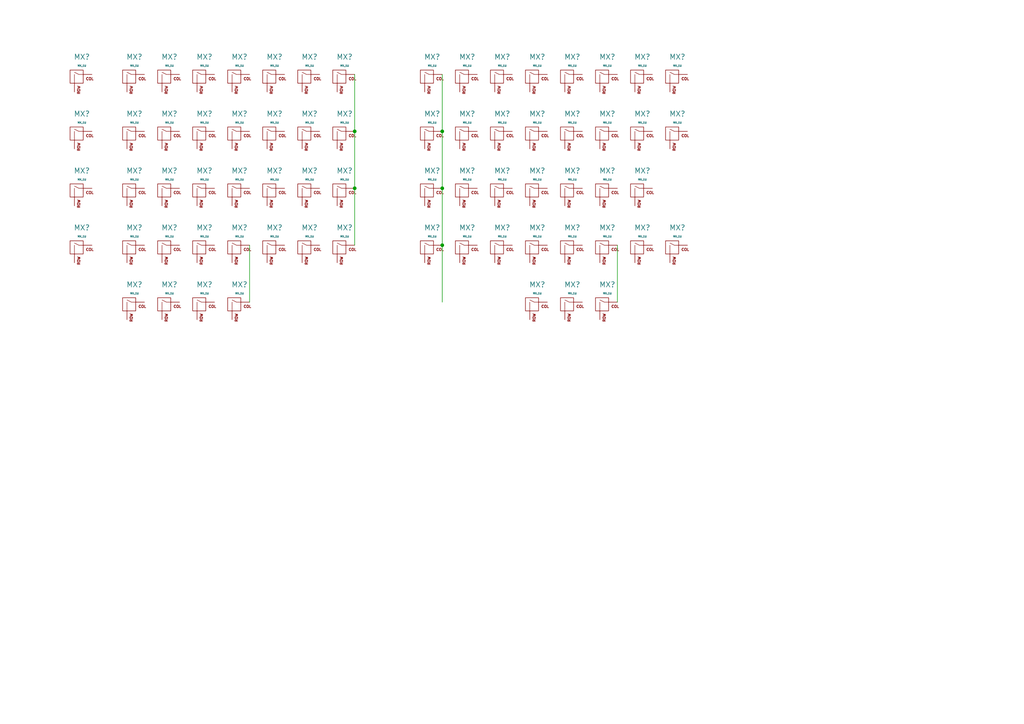
<source format=kicad_sch>
(kicad_sch (version 20220104) (generator eeschema)
  (paper "A4")
  (lib_symbols
    (symbol "random-keyboard-parts:MX-NoLED-MX_Alps_Hybrid" (pin_names (offset 1.016))
      (property "Reference" "MX" (at -0.635 3.81 0))
      (property "Value" "MX-NoLED-MX_Alps_Hybrid" (at -0.635 1.27 0))
      (symbol "MX-NoLED-MX_Alps_Hybrid_0_0"
        (rectangle (start -2.54 2.54) (end 1.27 -1.27))
        (polyline (pts (xy -1.27 -1.27) (xy -1.27 1.27)) (stroke (width 0.127)))
        (polyline (pts (xy 1.27 1.27) (xy 0 1.27) (xy -1.27 1.905)) (stroke (width 0.127)))
        (text "COL" (at 3.175 0 0) (effects (font (size 0.762 0.762))))
        (text "ROW" (at 0 -1.905 900) (effects (font (size 0.762 0.762)) (justify right)))
      )
      (symbol "MX-NoLED-MX_Alps_Hybrid_1_1"
        (pin passive line (at 3.81 1.27 180) (length 2.54) (name "COL") (number "1"))
        (pin passive line (at -1.27 -3.81 90) (length 2.54) (name "ROW") (number "2"))
      )
    )
  )
  (junction (at 128.27 38.1))
  (junction (at 128.27 71.12))
  (junction (at 102.87 54.61))
  (junction (at 102.87 38.1))
  (junction (at 128.27 54.61))
  (wire (pts (xy 128.27 38.1) (xy 128.27 54.61)))
  (wire (pts (xy 72.39 71.12) (xy 72.39 87.63)))
  (wire (pts (xy 102.87 38.1) (xy 102.87 54.61)))
  (wire (pts (xy 179.07 71.12) (xy 179.07 87.63)))
  (wire (pts (xy 102.87 21.59) (xy 102.87 38.1)))
  (wire (pts (xy 102.87 54.61) (xy 102.87 71.12)))
  (wire (pts (xy 128.27 54.61) (xy 128.27 71.12)))
  (wire (pts (xy 128.27 21.59) (xy 128.27 38.1)))
  (wire (pts (xy 128.27 71.12) (xy 128.27 87.63)))
  (symbol (lib_id "random-keyboard-parts:MX-NoLED-MX_Alps_Hybrid") (at 175.26 72.39 0) (unit 1)
    (property "Reference" "MX?" (at 176.1575 66.04 0) (effects (font (size 1.524 1.524))))
    (property "Value" "MX_1U" (at 176.1575 68.58 0) (effects (font (size 0.508 0.508))))
  )
  (symbol (lib_id "random-keyboard-parts:MX-NoLED-MX_Alps_Hybrid") (at 58.42 72.39 0) (unit 1)
    (property "Reference" "MX?" (at 59.3175 66.04 0) (effects (font (size 1.524 1.524))))
    (property "Value" "MX_1U" (at 59.3175 68.58 0) (effects (font (size 0.508 0.508))))
  )
  (symbol (lib_id "random-keyboard-parts:MX-NoLED-MX_Alps_Hybrid") (at 124.46 72.39 0) (unit 1)
    (property "Reference" "MX?" (at 125.3575 66.04 0) (effects (font (size 1.524 1.524))))
    (property "Value" "MX_1U" (at 125.3575 68.58 0) (effects (font (size 0.508 0.508))))
  )
  (symbol (lib_id "random-keyboard-parts:MX-NoLED-MX_Alps_Hybrid") (at 175.26 39.37 0) (unit 1)
    (property "Reference" "MX?" (at 176.1575 33.02 0) (effects (font (size 1.524 1.524))))
    (property "Value" "MX_1U" (at 176.1575 35.56 0) (effects (font (size 0.508 0.508))))
  )
  (symbol (lib_id "random-keyboard-parts:MX-NoLED-MX_Alps_Hybrid") (at 38.1 22.86 0) (unit 1)
    (property "Reference" "MX?" (at 38.9975 16.51 0) (effects (font (size 1.524 1.524))))
    (property "Value" "MX_1U" (at 38.9975 19.05 0) (effects (font (size 0.508 0.508))))
  )
  (symbol (lib_id "random-keyboard-parts:MX-NoLED-MX_Alps_Hybrid") (at 99.06 22.86 0) (unit 1)
    (property "Reference" "MX?" (at 99.9575 16.51 0) (effects (font (size 1.524 1.524))))
    (property "Value" "MX_1U" (at 99.9575 19.05 0) (effects (font (size 0.508 0.508))))
  )
  (symbol (lib_id "random-keyboard-parts:MX-NoLED-MX_Alps_Hybrid") (at 165.1 39.37 0) (unit 1)
    (property "Reference" "MX?" (at 165.9975 33.02 0) (effects (font (size 1.524 1.524))))
    (property "Value" "MX_1U" (at 165.9975 35.56 0) (effects (font (size 0.508 0.508))))
  )
  (symbol (lib_id "random-keyboard-parts:MX-NoLED-MX_Alps_Hybrid") (at 134.62 39.37 0) (unit 1)
    (property "Reference" "MX?" (at 135.5175 33.02 0) (effects (font (size 1.524 1.524))))
    (property "Value" "MX_1U" (at 135.5175 35.56 0) (effects (font (size 0.508 0.508))))
  )
  (symbol (lib_id "random-keyboard-parts:MX-NoLED-MX_Alps_Hybrid") (at 165.1 88.9 0) (unit 1)
    (property "Reference" "MX?" (at 165.9975 82.55 0) (effects (font (size 1.524 1.524))))
    (property "Value" "MX_1U" (at 165.9975 85.09 0) (effects (font (size 0.508 0.508))))
  )
  (symbol (lib_id "random-keyboard-parts:MX-NoLED-MX_Alps_Hybrid") (at 195.58 72.39 0) (unit 1)
    (property "Reference" "MX?" (at 196.4775 66.04 0) (effects (font (size 1.524 1.524))))
    (property "Value" "MX_1U" (at 196.4775 68.58 0) (effects (font (size 0.508 0.508))))
  )
  (symbol (lib_id "random-keyboard-parts:MX-NoLED-MX_Alps_Hybrid") (at 88.9 72.39 0) (unit 1)
    (property "Reference" "MX?" (at 89.7975 66.04 0) (effects (font (size 1.524 1.524))))
    (property "Value" "MX_1U" (at 89.7975 68.58 0) (effects (font (size 0.508 0.508))))
  )
  (symbol (lib_id "random-keyboard-parts:MX-NoLED-MX_Alps_Hybrid") (at 195.58 22.86 0) (unit 1)
    (property "Reference" "MX?" (at 196.4775 16.51 0) (effects (font (size 1.524 1.524))))
    (property "Value" "MX_1U" (at 196.4775 19.05 0) (effects (font (size 0.508 0.508))))
  )
  (symbol (lib_id "random-keyboard-parts:MX-NoLED-MX_Alps_Hybrid") (at 154.94 55.88 0) (unit 1)
    (property "Reference" "MX?" (at 155.8375 49.53 0) (effects (font (size 1.524 1.524))))
    (property "Value" "MX_1U" (at 155.8375 52.07 0) (effects (font (size 0.508 0.508))))
  )
  (symbol (lib_id "random-keyboard-parts:MX-NoLED-MX_Alps_Hybrid") (at 154.94 72.39 0) (unit 1)
    (property "Reference" "MX?" (at 155.8375 66.04 0) (effects (font (size 1.524 1.524))))
    (property "Value" "MX_1U" (at 155.8375 68.58 0) (effects (font (size 0.508 0.508))))
  )
  (symbol (lib_id "random-keyboard-parts:MX-NoLED-MX_Alps_Hybrid") (at 88.9 39.37 0) (unit 1)
    (property "Reference" "MX?" (at 89.7975 33.02 0) (effects (font (size 1.524 1.524))))
    (property "Value" "MX_1U" (at 89.7975 35.56 0) (effects (font (size 0.508 0.508))))
  )
  (symbol (lib_id "random-keyboard-parts:MX-NoLED-MX_Alps_Hybrid") (at 58.42 88.9 0) (unit 1)
    (property "Reference" "MX?" (at 59.3175 82.55 0) (effects (font (size 1.524 1.524))))
    (property "Value" "MX_1U" (at 59.3175 85.09 0) (effects (font (size 0.508 0.508))))
  )
  (symbol (lib_id "random-keyboard-parts:MX-NoLED-MX_Alps_Hybrid") (at 22.86 22.86 0) (unit 1)
    (property "Reference" "MX?" (at 23.7575 16.51 0) (effects (font (size 1.524 1.524))))
    (property "Value" "MX_1U" (at 23.7575 19.05 0) (effects (font (size 0.508 0.508))))
  )
  (symbol (lib_id "random-keyboard-parts:MX-NoLED-MX_Alps_Hybrid") (at 38.1 88.9 0) (unit 1)
    (property "Reference" "MX?" (at 38.9975 82.55 0) (effects (font (size 1.524 1.524))))
    (property "Value" "MX_1U" (at 38.9975 85.09 0) (effects (font (size 0.508 0.508))))
  )
  (symbol (lib_id "random-keyboard-parts:MX-NoLED-MX_Alps_Hybrid") (at 165.1 55.88 0) (unit 1)
    (property "Reference" "MX?" (at 165.9975 49.53 0) (effects (font (size 1.524 1.524))))
    (property "Value" "MX_1U" (at 165.9975 52.07 0) (effects (font (size 0.508 0.508))))
  )
  (symbol (lib_id "random-keyboard-parts:MX-NoLED-MX_Alps_Hybrid") (at 154.94 22.86 0) (unit 1)
    (property "Reference" "MX?" (at 155.8375 16.51 0) (effects (font (size 1.524 1.524))))
    (property "Value" "MX_1U" (at 155.8375 19.05 0) (effects (font (size 0.508 0.508))))
  )
  (symbol (lib_id "random-keyboard-parts:MX-NoLED-MX_Alps_Hybrid") (at 58.42 22.86 0) (unit 1)
    (property "Reference" "MX?" (at 59.3175 16.51 0) (effects (font (size 1.524 1.524))))
    (property "Value" "MX_1U" (at 59.3175 19.05 0) (effects (font (size 0.508 0.508))))
  )
  (symbol (lib_id "random-keyboard-parts:MX-NoLED-MX_Alps_Hybrid") (at 38.1 55.88 0) (unit 1)
    (property "Reference" "MX?" (at 38.9975 49.53 0) (effects (font (size 1.524 1.524))))
    (property "Value" "MX_1U" (at 38.9975 52.07 0) (effects (font (size 0.508 0.508))))
  )
  (symbol (lib_id "random-keyboard-parts:MX-NoLED-MX_Alps_Hybrid") (at 68.58 39.37 0) (unit 1)
    (property "Reference" "MX?" (at 69.4775 33.02 0) (effects (font (size 1.524 1.524))))
    (property "Value" "MX_1U" (at 69.4775 35.56 0) (effects (font (size 0.508 0.508))))
  )
  (symbol (lib_id "random-keyboard-parts:MX-NoLED-MX_Alps_Hybrid") (at 68.58 72.39 0) (unit 1)
    (property "Reference" "MX?" (at 69.4775 66.04 0) (effects (font (size 1.524 1.524))))
    (property "Value" "MX_1U" (at 69.4775 68.58 0) (effects (font (size 0.508 0.508))))
  )
  (symbol (lib_id "random-keyboard-parts:MX-NoLED-MX_Alps_Hybrid") (at 144.78 39.37 0) (unit 1)
    (property "Reference" "MX?" (at 145.6775 33.02 0) (effects (font (size 1.524 1.524))))
    (property "Value" "MX_1U" (at 145.6775 35.56 0) (effects (font (size 0.508 0.508))))
  )
  (symbol (lib_id "random-keyboard-parts:MX-NoLED-MX_Alps_Hybrid") (at 78.74 55.88 0) (unit 1)
    (property "Reference" "MX?" (at 79.6375 49.53 0) (effects (font (size 1.524 1.524))))
    (property "Value" "MX_1U" (at 79.6375 52.07 0) (effects (font (size 0.508 0.508))))
  )
  (symbol (lib_id "random-keyboard-parts:MX-NoLED-MX_Alps_Hybrid") (at 78.74 72.39 0) (unit 1)
    (property "Reference" "MX?" (at 79.6375 66.04 0) (effects (font (size 1.524 1.524))))
    (property "Value" "MX_1U" (at 79.6375 68.58 0) (effects (font (size 0.508 0.508))))
  )
  (symbol (lib_id "random-keyboard-parts:MX-NoLED-MX_Alps_Hybrid") (at 144.78 22.86 0) (unit 1)
    (property "Reference" "MX?" (at 145.6775 16.51 0) (effects (font (size 1.524 1.524))))
    (property "Value" "MX_1U" (at 145.6775 19.05 0) (effects (font (size 0.508 0.508))))
  )
  (symbol (lib_id "random-keyboard-parts:MX-NoLED-MX_Alps_Hybrid") (at 185.42 72.39 0) (unit 1)
    (property "Reference" "MX?" (at 186.3175 66.04 0) (effects (font (size 1.524 1.524))))
    (property "Value" "MX_1U" (at 186.3175 68.58 0) (effects (font (size 0.508 0.508))))
  )
  (symbol (lib_id "random-keyboard-parts:MX-NoLED-MX_Alps_Hybrid") (at 144.78 55.88 0) (unit 1)
    (property "Reference" "MX?" (at 145.6775 49.53 0) (effects (font (size 1.524 1.524))))
    (property "Value" "MX_1U" (at 145.6775 52.07 0) (effects (font (size 0.508 0.508))))
  )
  (symbol (lib_id "random-keyboard-parts:MX-NoLED-MX_Alps_Hybrid") (at 154.94 39.37 0) (unit 1)
    (property "Reference" "MX?" (at 155.8375 33.02 0) (effects (font (size 1.524 1.524))))
    (property "Value" "MX_1U" (at 155.8375 35.56 0) (effects (font (size 0.508 0.508))))
  )
  (symbol (lib_id "random-keyboard-parts:MX-NoLED-MX_Alps_Hybrid") (at 175.26 88.9 0) (unit 1)
    (property "Reference" "MX?" (at 176.1575 82.55 0) (effects (font (size 1.524 1.524))))
    (property "Value" "MX_1U" (at 176.1575 85.09 0) (effects (font (size 0.508 0.508))))
  )
  (symbol (lib_id "random-keyboard-parts:MX-NoLED-MX_Alps_Hybrid") (at 88.9 22.86 0) (unit 1)
    (property "Reference" "MX?" (at 89.7975 16.51 0) (effects (font (size 1.524 1.524))))
    (property "Value" "MX_1U" (at 89.7975 19.05 0) (effects (font (size 0.508 0.508))))
  )
  (symbol (lib_id "random-keyboard-parts:MX-NoLED-MX_Alps_Hybrid") (at 124.46 22.86 0) (unit 1)
    (property "Reference" "MX?" (at 125.3575 16.51 0) (effects (font (size 1.524 1.524))))
    (property "Value" "MX_1U" (at 125.3575 19.05 0) (effects (font (size 0.508 0.508))))
  )
  (symbol (lib_id "random-keyboard-parts:MX-NoLED-MX_Alps_Hybrid") (at 68.58 55.88 0) (unit 1)
    (property "Reference" "MX?" (at 69.4775 49.53 0) (effects (font (size 1.524 1.524))))
    (property "Value" "MX_1U" (at 69.4775 52.07 0) (effects (font (size 0.508 0.508))))
  )
  (symbol (lib_id "random-keyboard-parts:MX-NoLED-MX_Alps_Hybrid") (at 38.1 72.39 0) (unit 1)
    (property "Reference" "MX?" (at 38.9975 66.04 0) (effects (font (size 1.524 1.524))))
    (property "Value" "MX_1U" (at 38.9975 68.58 0) (effects (font (size 0.508 0.508))))
  )
  (symbol (lib_id "random-keyboard-parts:MX-NoLED-MX_Alps_Hybrid") (at 99.06 55.88 0) (unit 1)
    (property "Reference" "MX?" (at 99.9575 49.53 0) (effects (font (size 1.524 1.524))))
    (property "Value" "MX_1U" (at 99.9575 52.07 0) (effects (font (size 0.508 0.508))))
  )
  (symbol (lib_id "random-keyboard-parts:MX-NoLED-MX_Alps_Hybrid") (at 48.26 22.86 0) (unit 1)
    (property "Reference" "MX?" (at 49.1575 16.51 0) (effects (font (size 1.524 1.524))))
    (property "Value" "MX_1U" (at 49.1575 19.05 0) (effects (font (size 0.508 0.508))))
  )
  (symbol (lib_id "random-keyboard-parts:MX-NoLED-MX_Alps_Hybrid") (at 154.94 88.9 0) (unit 1)
    (property "Reference" "MX?" (at 155.8375 82.55 0) (effects (font (size 1.524 1.524))))
    (property "Value" "MX_1U" (at 155.8375 85.09 0) (effects (font (size 0.508 0.508))))
  )
  (symbol (lib_id "random-keyboard-parts:MX-NoLED-MX_Alps_Hybrid") (at 48.26 55.88 0) (unit 1)
    (property "Reference" "MX?" (at 49.1575 49.53 0) (effects (font (size 1.524 1.524))))
    (property "Value" "MX_1U" (at 49.1575 52.07 0) (effects (font (size 0.508 0.508))))
  )
  (symbol (lib_id "random-keyboard-parts:MX-NoLED-MX_Alps_Hybrid") (at 22.86 55.88 0) (unit 1)
    (property "Reference" "MX?" (at 23.7575 49.53 0) (effects (font (size 1.524 1.524))))
    (property "Value" "MX_1U" (at 23.7575 52.07 0) (effects (font (size 0.508 0.508))))
  )
  (symbol (lib_id "random-keyboard-parts:MX-NoLED-MX_Alps_Hybrid") (at 68.58 88.9 0) (unit 1)
    (property "Reference" "MX?" (at 69.4775 82.55 0) (effects (font (size 1.524 1.524))))
    (property "Value" "MX_1U" (at 69.4775 85.09 0) (effects (font (size 0.508 0.508))))
  )
  (symbol (lib_id "random-keyboard-parts:MX-NoLED-MX_Alps_Hybrid") (at 68.58 22.86 0) (unit 1)
    (property "Reference" "MX?" (at 69.4775 16.51 0) (effects (font (size 1.524 1.524))))
    (property "Value" "MX_1U" (at 69.4775 19.05 0) (effects (font (size 0.508 0.508))))
  )
  (symbol (lib_id "random-keyboard-parts:MX-NoLED-MX_Alps_Hybrid") (at 134.62 22.86 0) (unit 1)
    (property "Reference" "MX?" (at 135.5175 16.51 0) (effects (font (size 1.524 1.524))))
    (property "Value" "MX_1U" (at 135.5175 19.05 0) (effects (font (size 0.508 0.508))))
  )
  (symbol (lib_id "random-keyboard-parts:MX-NoLED-MX_Alps_Hybrid") (at 58.42 39.37 0) (unit 1)
    (property "Reference" "MX?" (at 59.3175 33.02 0) (effects (font (size 1.524 1.524))))
    (property "Value" "MX_1U" (at 59.3175 35.56 0) (effects (font (size 0.508 0.508))))
  )
  (symbol (lib_id "random-keyboard-parts:MX-NoLED-MX_Alps_Hybrid") (at 124.46 39.37 0) (unit 1)
    (property "Reference" "MX?" (at 125.3575 33.02 0) (effects (font (size 1.524 1.524))))
    (property "Value" "MX_1U" (at 125.3575 35.56 0) (effects (font (size 0.508 0.508))))
  )
  (symbol (lib_id "random-keyboard-parts:MX-NoLED-MX_Alps_Hybrid") (at 124.46 55.88 0) (unit 1)
    (property "Reference" "MX?" (at 125.3575 49.53 0) (effects (font (size 1.524 1.524))))
    (property "Value" "MX_1U" (at 125.3575 52.07 0) (effects (font (size 0.508 0.508))))
  )
  (symbol (lib_id "random-keyboard-parts:MX-NoLED-MX_Alps_Hybrid") (at 48.26 88.9 0) (unit 1)
    (property "Reference" "MX?" (at 49.1575 82.55 0) (effects (font (size 1.524 1.524))))
    (property "Value" "MX_1U" (at 49.1575 85.09 0) (effects (font (size 0.508 0.508))))
  )
  (symbol (lib_id "random-keyboard-parts:MX-NoLED-MX_Alps_Hybrid") (at 78.74 39.37 0) (unit 1)
    (property "Reference" "MX?" (at 79.6375 33.02 0) (effects (font (size 1.524 1.524))))
    (property "Value" "MX_1U" (at 79.6375 35.56 0) (effects (font (size 0.508 0.508))))
  )
  (symbol (lib_id "random-keyboard-parts:MX-NoLED-MX_Alps_Hybrid") (at 38.1 39.37 0) (unit 1)
    (property "Reference" "MX?" (at 38.9975 33.02 0) (effects (font (size 1.524 1.524))))
    (property "Value" "MX_1U" (at 38.9975 35.56 0) (effects (font (size 0.508 0.508))))
  )
  (symbol (lib_id "random-keyboard-parts:MX-NoLED-MX_Alps_Hybrid") (at 134.62 55.88 0) (unit 1)
    (property "Reference" "MX?" (at 135.5175 49.53 0) (effects (font (size 1.524 1.524))))
    (property "Value" "MX_1U" (at 135.5175 52.07 0) (effects (font (size 0.508 0.508))))
  )
  (symbol (lib_id "random-keyboard-parts:MX-NoLED-MX_Alps_Hybrid") (at 78.74 22.86 0) (unit 1)
    (property "Reference" "MX?" (at 79.6375 16.51 0) (effects (font (size 1.524 1.524))))
    (property "Value" "MX_1U" (at 79.6375 19.05 0) (effects (font (size 0.508 0.508))))
  )
  (symbol (lib_id "random-keyboard-parts:MX-NoLED-MX_Alps_Hybrid") (at 165.1 72.39 0) (unit 1)
    (property "Reference" "MX?" (at 165.9975 66.04 0) (effects (font (size 1.524 1.524))))
    (property "Value" "MX_1U" (at 165.9975 68.58 0) (effects (font (size 0.508 0.508))))
  )
  (symbol (lib_id "random-keyboard-parts:MX-NoLED-MX_Alps_Hybrid") (at 48.26 72.39 0) (unit 1)
    (property "Reference" "MX?" (at 49.1575 66.04 0) (effects (font (size 1.524 1.524))))
    (property "Value" "MX_1U" (at 49.1575 68.58 0) (effects (font (size 0.508 0.508))))
  )
  (symbol (lib_id "random-keyboard-parts:MX-NoLED-MX_Alps_Hybrid") (at 22.86 39.37 0) (unit 1)
    (property "Reference" "MX?" (at 23.7575 33.02 0) (effects (font (size 1.524 1.524))))
    (property "Value" "MX_1U" (at 23.7575 35.56 0) (effects (font (size 0.508 0.508))))
  )
  (symbol (lib_id "random-keyboard-parts:MX-NoLED-MX_Alps_Hybrid") (at 88.9 55.88 0) (unit 1)
    (property "Reference" "MX?" (at 89.7975 49.53 0) (effects (font (size 1.524 1.524))))
    (property "Value" "MX_1U" (at 89.7975 52.07 0) (effects (font (size 0.508 0.508))))
  )
  (symbol (lib_id "random-keyboard-parts:MX-NoLED-MX_Alps_Hybrid") (at 58.42 55.88 0) (unit 1)
    (property "Reference" "MX?" (at 59.3175 49.53 0) (effects (font (size 1.524 1.524))))
    (property "Value" "MX_1U" (at 59.3175 52.07 0) (effects (font (size 0.508 0.508))))
  )
  (symbol (lib_id "random-keyboard-parts:MX-NoLED-MX_Alps_Hybrid") (at 134.62 72.39 0) (unit 1)
    (property "Reference" "MX?" (at 135.5175 66.04 0) (effects (font (size 1.524 1.524))))
    (property "Value" "MX_1U" (at 135.5175 68.58 0) (effects (font (size 0.508 0.508))))
  )
  (symbol (lib_id "random-keyboard-parts:MX-NoLED-MX_Alps_Hybrid") (at 144.78 72.39 0) (unit 1)
    (property "Reference" "MX?" (at 145.6775 66.04 0) (effects (font (size 1.524 1.524))))
    (property "Value" "MX_1U" (at 145.6775 68.58 0) (effects (font (size 0.508 0.508))))
  )
  (symbol (lib_id "random-keyboard-parts:MX-NoLED-MX_Alps_Hybrid") (at 48.26 39.37 0) (unit 1)
    (property "Reference" "MX?" (at 49.1575 33.02 0) (effects (font (size 1.524 1.524))))
    (property "Value" "MX_1U" (at 49.1575 35.56 0) (effects (font (size 0.508 0.508))))
  )
  (symbol (lib_id "random-keyboard-parts:MX-NoLED-MX_Alps_Hybrid") (at 22.86 72.39 0) (unit 1)
    (property "Reference" "MX?" (at 23.7575 66.04 0) (effects (font (size 1.524 1.524))))
    (property "Value" "MX_1U" (at 23.7575 68.58 0) (effects (font (size 0.508 0.508))))
  )
  (symbol (lib_id "random-keyboard-parts:MX-NoLED-MX_Alps_Hybrid") (at 185.42 39.37 0) (unit 1)
    (property "Reference" "MX?" (at 186.3175 33.02 0) (effects (font (size 1.524 1.524))))
    (property "Value" "MX_1U" (at 186.3175 35.56 0) (effects (font (size 0.508 0.508))))
  )
  (symbol (lib_id "random-keyboard-parts:MX-NoLED-MX_Alps_Hybrid") (at 175.26 55.88 0) (unit 1)
    (property "Reference" "MX?" (at 176.1575 49.53 0) (effects (font (size 1.524 1.524))))
    (property "Value" "MX_1U" (at 176.1575 52.07 0) (effects (font (size 0.508 0.508))))
  )
  (symbol (lib_id "random-keyboard-parts:MX-NoLED-MX_Alps_Hybrid") (at 185.42 22.86 0) (unit 1)
    (property "Reference" "MX?" (at 186.3175 16.51 0) (effects (font (size 1.524 1.524))))
    (property "Value" "MX_1U" (at 186.3175 19.05 0) (effects (font (size 0.508 0.508))))
  )
  (symbol (lib_id "random-keyboard-parts:MX-NoLED-MX_Alps_Hybrid") (at 99.06 39.37 0) (unit 1)
    (property "Reference" "MX?" (at 99.9575 33.02 0) (effects (font (size 1.524 1.524))))
    (property "Value" "MX_1U" (at 99.9575 35.56 0) (effects (font (size 0.508 0.508))))
  )
  (symbol (lib_id "random-keyboard-parts:MX-NoLED-MX_Alps_Hybrid") (at 165.1 22.86 0) (unit 1)
    (property "Reference" "MX?" (at 165.9975 16.51 0) (effects (font (size 1.524 1.524))))
    (property "Value" "MX_1U" (at 165.9975 19.05 0) (effects (font (size 0.508 0.508))))
  )
  (symbol (lib_id "random-keyboard-parts:MX-NoLED-MX_Alps_Hybrid") (at 185.42 55.88 0) (unit 1)
    (property "Reference" "MX?" (at 186.3175 49.53 0) (effects (font (size 1.524 1.524))))
    (property "Value" "MX_1U" (at 186.3175 52.07 0) (effects (font (size 0.508 0.508))))
  )
  (symbol (lib_id "random-keyboard-parts:MX-NoLED-MX_Alps_Hybrid") (at 175.26 22.86 0) (unit 1)
    (property "Reference" "MX?" (at 176.1575 16.51 0) (effects (font (size 1.524 1.524))))
    (property "Value" "MX_1U" (at 176.1575 19.05 0) (effects (font (size 0.508 0.508))))
  )
  (symbol (lib_id "random-keyboard-parts:MX-NoLED-MX_Alps_Hybrid") (at 195.58 39.37 0) (unit 1)
    (property "Reference" "MX?" (at 196.4775 33.02 0) (effects (font (size 1.524 1.524))))
    (property "Value" "MX_1U" (at 196.4775 35.56 0) (effects (font (size 0.508 0.508))))
  )
  (symbol (lib_id "random-keyboard-parts:MX-NoLED-MX_Alps_Hybrid") (at 99.06 72.39 0) (unit 1)
    (property "Reference" "MX?" (at 99.9575 66.04 0) (effects (font (size 1.524 1.524))))
    (property "Value" "MX_1U" (at 99.9575 68.58 0) (effects (font (size 0.508 0.508))))
  )
)
</source>
